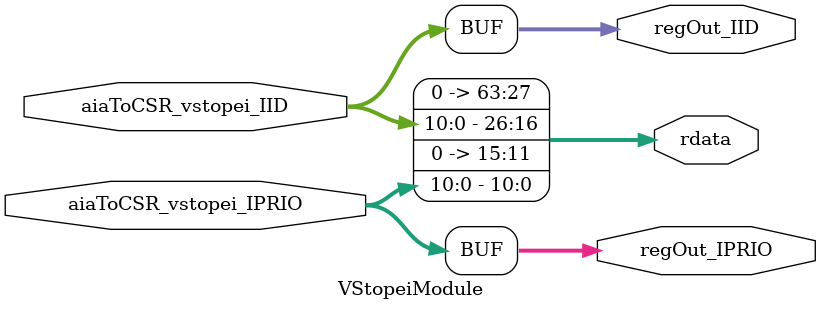
<source format=v>
`ifndef RANDOMIZE
  `ifdef RANDOMIZE_MEM_INIT
    `define RANDOMIZE
  `endif // RANDOMIZE_MEM_INIT
`endif // not def RANDOMIZE
`ifndef RANDOMIZE
  `ifdef RANDOMIZE_REG_INIT
    `define RANDOMIZE
  `endif // RANDOMIZE_REG_INIT
`endif // not def RANDOMIZE
`ifndef RANDOM
  `define RANDOM $random
`endif // not def RANDOM
// Users can define INIT_RANDOM as general code that gets injected into the
// initializer block for modules with registers.
`ifndef INIT_RANDOM
  `define INIT_RANDOM
`endif // not def INIT_RANDOM
// If using random initialization, you can also define RANDOMIZE_DELAY to
// customize the delay used, otherwise 0.002 is used.
`ifndef RANDOMIZE_DELAY
  `define RANDOMIZE_DELAY 0.002
`endif // not def RANDOMIZE_DELAY
// Define INIT_RANDOM_PROLOG_ for use in our modules below.
`ifndef INIT_RANDOM_PROLOG_
  `ifdef RANDOMIZE
    `ifdef VERILATOR
      `define INIT_RANDOM_PROLOG_ `INIT_RANDOM
    `else  // VERILATOR
      `define INIT_RANDOM_PROLOG_ `INIT_RANDOM #`RANDOMIZE_DELAY begin end
    `endif // VERILATOR
  `else  // RANDOMIZE
    `define INIT_RANDOM_PROLOG_
  `endif // RANDOMIZE
`endif // not def INIT_RANDOM_PROLOG_
// Include register initializers in init blocks unless synthesis is set
`ifndef SYNTHESIS
  `ifndef ENABLE_INITIAL_REG_
    `define ENABLE_INITIAL_REG_
  `endif // not def ENABLE_INITIAL_REG_
`endif // not def SYNTHESIS
// Include rmemory initializers in init blocks unless synthesis is set
`ifndef SYNTHESIS
  `ifndef ENABLE_INITIAL_MEM_
    `define ENABLE_INITIAL_MEM_
  `endif // not def ENABLE_INITIAL_MEM_
`endif // not def SYNTHESIS
module VStopeiModule(
  output [63:0] rdata,
  output [10:0] regOut_IID,
  output [10:0] regOut_IPRIO,
  input  [10:0] aiaToCSR_vstopei_IID,
  input  [10:0] aiaToCSR_vstopei_IPRIO
);

  assign rdata = {37'h0, aiaToCSR_vstopei_IID, 5'h0, aiaToCSR_vstopei_IPRIO};
  assign regOut_IID = aiaToCSR_vstopei_IID;
  assign regOut_IPRIO = aiaToCSR_vstopei_IPRIO;
endmodule


</source>
